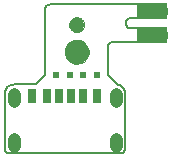
<source format=gts>
G75*
G70*
%OFA0B0*%
%FSLAX24Y24*%
%IPPOS*%
%LPD*%
%AMOC8*
5,1,8,0,0,1.08239X$1,22.5*
%
%ADD10C,0.0050*%
%ADD11C,0.0000*%
%ADD12C,0.0800*%
%ADD13C,0.0500*%
%ADD14R,0.0220X0.0197*%
%ADD15R,0.0315X0.0472*%
%ADD16R,0.0250X0.0472*%
%ADD17C,0.0004*%
%ADD18C,0.0433*%
%ADD19R,0.1000X0.0520*%
D10*
X007438Y001887D02*
X007438Y003737D01*
X007440Y003771D01*
X007446Y003804D01*
X007455Y003836D01*
X007468Y003867D01*
X007484Y003897D01*
X007503Y003924D01*
X007526Y003949D01*
X007551Y003972D01*
X007578Y003991D01*
X007608Y004007D01*
X007639Y004020D01*
X007671Y004029D01*
X007704Y004035D01*
X007738Y004037D01*
X008481Y004037D01*
X008781Y004337D01*
X008781Y006554D01*
X008783Y006577D01*
X008788Y006600D01*
X008797Y006622D01*
X008810Y006642D01*
X008825Y006660D01*
X008843Y006675D01*
X008863Y006688D01*
X008885Y006697D01*
X008908Y006702D01*
X008931Y006704D01*
X012681Y006704D01*
X012704Y006702D01*
X012727Y006697D01*
X012749Y006688D01*
X012769Y006675D01*
X012787Y006660D01*
X012802Y006642D01*
X012815Y006622D01*
X012824Y006600D01*
X012829Y006577D01*
X012831Y006554D01*
X012831Y006404D01*
X012829Y006381D01*
X012824Y006358D01*
X012815Y006336D01*
X012802Y006316D01*
X012787Y006298D01*
X012769Y006283D01*
X012749Y006270D01*
X012727Y006261D01*
X012704Y006256D01*
X012681Y006254D01*
X011631Y006254D01*
X011608Y006252D01*
X011585Y006247D01*
X011563Y006238D01*
X011543Y006225D01*
X011525Y006210D01*
X011510Y006192D01*
X011497Y006172D01*
X011488Y006150D01*
X011483Y006127D01*
X011481Y006104D01*
X011481Y006054D01*
X011483Y006031D01*
X011488Y006008D01*
X011497Y005986D01*
X011510Y005966D01*
X011525Y005948D01*
X011543Y005933D01*
X011563Y005920D01*
X011585Y005911D01*
X011608Y005906D01*
X011631Y005904D01*
X012681Y005904D01*
X012704Y005902D01*
X012727Y005897D01*
X012749Y005888D01*
X012769Y005875D01*
X012787Y005860D01*
X012802Y005842D01*
X012815Y005822D01*
X012824Y005800D01*
X012829Y005777D01*
X012831Y005754D01*
X012831Y005604D01*
X012829Y005581D01*
X012824Y005558D01*
X012815Y005536D01*
X012802Y005516D01*
X012787Y005498D01*
X012769Y005483D01*
X012749Y005470D01*
X012727Y005461D01*
X012704Y005456D01*
X012681Y005454D01*
X011031Y005454D01*
X011008Y005452D01*
X010985Y005447D01*
X010963Y005438D01*
X010943Y005425D01*
X010925Y005410D01*
X010910Y005392D01*
X010897Y005372D01*
X010888Y005350D01*
X010883Y005327D01*
X010881Y005304D01*
X010881Y004337D01*
X011181Y004037D01*
X011182Y004037D02*
X011213Y004033D01*
X011243Y004025D01*
X011272Y004014D01*
X011300Y004000D01*
X011326Y003983D01*
X011351Y003963D01*
X011372Y003940D01*
X011391Y003915D01*
X011407Y003888D01*
X011420Y003860D01*
X011430Y003830D01*
X011436Y003800D01*
X011439Y003768D01*
X011438Y003737D01*
X011438Y001887D01*
X011436Y001864D01*
X011431Y001841D01*
X011422Y001819D01*
X011409Y001799D01*
X011394Y001781D01*
X011376Y001766D01*
X011356Y001753D01*
X011334Y001744D01*
X011311Y001739D01*
X011288Y001737D01*
X007588Y001737D01*
X007565Y001739D01*
X007542Y001744D01*
X007520Y001753D01*
X007500Y001766D01*
X007482Y001781D01*
X007467Y001799D01*
X007454Y001819D01*
X007445Y001841D01*
X007440Y001864D01*
X007438Y001887D01*
D11*
X009431Y005127D02*
X009433Y005167D01*
X009439Y005206D01*
X009449Y005245D01*
X009462Y005282D01*
X009480Y005318D01*
X009501Y005352D01*
X009525Y005384D01*
X009552Y005413D01*
X009582Y005440D01*
X009614Y005463D01*
X009649Y005483D01*
X009685Y005499D01*
X009723Y005512D01*
X009762Y005521D01*
X009801Y005526D01*
X009841Y005527D01*
X009881Y005524D01*
X009920Y005517D01*
X009958Y005506D01*
X009996Y005492D01*
X010031Y005473D01*
X010064Y005452D01*
X010096Y005427D01*
X010124Y005399D01*
X010150Y005369D01*
X010172Y005336D01*
X010191Y005301D01*
X010207Y005264D01*
X010219Y005226D01*
X010227Y005187D01*
X010231Y005147D01*
X010231Y005107D01*
X010227Y005067D01*
X010219Y005028D01*
X010207Y004990D01*
X010191Y004953D01*
X010172Y004918D01*
X010150Y004885D01*
X010124Y004855D01*
X010096Y004827D01*
X010064Y004802D01*
X010031Y004781D01*
X009996Y004762D01*
X009958Y004748D01*
X009920Y004737D01*
X009881Y004730D01*
X009841Y004727D01*
X009801Y004728D01*
X009762Y004733D01*
X009723Y004742D01*
X009685Y004755D01*
X009649Y004771D01*
X009614Y004791D01*
X009582Y004814D01*
X009552Y004841D01*
X009525Y004870D01*
X009501Y004902D01*
X009480Y004936D01*
X009462Y004972D01*
X009449Y005009D01*
X009439Y005048D01*
X009433Y005087D01*
X009431Y005127D01*
X009581Y006031D02*
X009583Y006062D01*
X009589Y006093D01*
X009599Y006123D01*
X009612Y006151D01*
X009629Y006178D01*
X009649Y006202D01*
X009672Y006224D01*
X009697Y006242D01*
X009725Y006257D01*
X009754Y006269D01*
X009784Y006277D01*
X009815Y006281D01*
X009847Y006281D01*
X009878Y006277D01*
X009908Y006269D01*
X009937Y006257D01*
X009965Y006242D01*
X009990Y006224D01*
X010013Y006202D01*
X010033Y006178D01*
X010050Y006151D01*
X010063Y006123D01*
X010073Y006093D01*
X010079Y006062D01*
X010081Y006031D01*
X010079Y006000D01*
X010073Y005969D01*
X010063Y005939D01*
X010050Y005911D01*
X010033Y005884D01*
X010013Y005860D01*
X009990Y005838D01*
X009965Y005820D01*
X009937Y005805D01*
X009908Y005793D01*
X009878Y005785D01*
X009847Y005781D01*
X009815Y005781D01*
X009784Y005785D01*
X009754Y005793D01*
X009725Y005805D01*
X009697Y005820D01*
X009672Y005838D01*
X009649Y005860D01*
X009629Y005884D01*
X009612Y005911D01*
X009599Y005939D01*
X009589Y005969D01*
X009583Y006000D01*
X009581Y006031D01*
D12*
X009831Y005127D03*
D13*
X009831Y006031D03*
D14*
X009605Y004337D03*
X009158Y004337D03*
X010058Y004337D03*
X010505Y004337D03*
D15*
X010520Y003662D03*
X010036Y003662D03*
X008839Y003662D03*
X008355Y003662D03*
D16*
X009241Y003662D03*
X009635Y003662D03*
D17*
X011030Y003733D02*
X011030Y003489D01*
X011031Y003489D02*
X011033Y003469D01*
X011038Y003450D01*
X011047Y003432D01*
X011059Y003416D01*
X011074Y003403D01*
X011091Y003392D01*
X011109Y003385D01*
X011129Y003381D01*
X011149Y003381D01*
X011169Y003385D01*
X011187Y003392D01*
X011204Y003403D01*
X011219Y003416D01*
X011231Y003432D01*
X011240Y003450D01*
X011245Y003469D01*
X011247Y003489D01*
X011247Y003733D01*
X011245Y003753D01*
X011240Y003772D01*
X011231Y003790D01*
X011219Y003806D01*
X011204Y003819D01*
X011187Y003830D01*
X011169Y003837D01*
X011149Y003841D01*
X011129Y003841D01*
X011109Y003837D01*
X011091Y003830D01*
X011074Y003819D01*
X011059Y003806D01*
X011047Y003790D01*
X011038Y003772D01*
X011033Y003753D01*
X011031Y003733D01*
X011030Y002237D02*
X011030Y001993D01*
X011031Y001993D02*
X011033Y001973D01*
X011038Y001954D01*
X011047Y001936D01*
X011059Y001920D01*
X011074Y001907D01*
X011091Y001896D01*
X011109Y001889D01*
X011129Y001885D01*
X011149Y001885D01*
X011169Y001889D01*
X011187Y001896D01*
X011204Y001907D01*
X011219Y001920D01*
X011231Y001936D01*
X011240Y001954D01*
X011245Y001973D01*
X011247Y001993D01*
X011247Y002237D01*
X011245Y002257D01*
X011240Y002276D01*
X011231Y002294D01*
X011219Y002310D01*
X011204Y002323D01*
X011187Y002334D01*
X011169Y002341D01*
X011149Y002345D01*
X011129Y002345D01*
X011109Y002341D01*
X011091Y002334D01*
X011074Y002323D01*
X011059Y002310D01*
X011047Y002294D01*
X011038Y002276D01*
X011033Y002257D01*
X011031Y002237D01*
X007845Y002237D02*
X007845Y001993D01*
X007843Y001973D01*
X007838Y001954D01*
X007829Y001936D01*
X007817Y001920D01*
X007802Y001907D01*
X007785Y001896D01*
X007767Y001889D01*
X007747Y001885D01*
X007727Y001885D01*
X007707Y001889D01*
X007689Y001896D01*
X007672Y001907D01*
X007657Y001920D01*
X007645Y001936D01*
X007636Y001954D01*
X007631Y001973D01*
X007629Y001993D01*
X007629Y002237D01*
X007631Y002257D01*
X007636Y002276D01*
X007645Y002294D01*
X007657Y002310D01*
X007672Y002323D01*
X007689Y002334D01*
X007707Y002341D01*
X007727Y002345D01*
X007747Y002345D01*
X007767Y002341D01*
X007785Y002334D01*
X007802Y002323D01*
X007817Y002310D01*
X007829Y002294D01*
X007838Y002276D01*
X007843Y002257D01*
X007845Y002237D01*
X007845Y003489D02*
X007845Y003733D01*
X007843Y003753D01*
X007838Y003772D01*
X007829Y003790D01*
X007817Y003806D01*
X007802Y003819D01*
X007785Y003830D01*
X007767Y003837D01*
X007747Y003841D01*
X007727Y003841D01*
X007707Y003837D01*
X007689Y003830D01*
X007672Y003819D01*
X007657Y003806D01*
X007645Y003790D01*
X007636Y003772D01*
X007631Y003753D01*
X007629Y003733D01*
X007629Y003489D01*
X007631Y003469D01*
X007636Y003450D01*
X007645Y003432D01*
X007657Y003416D01*
X007672Y003403D01*
X007689Y003392D01*
X007707Y003385D01*
X007727Y003381D01*
X007747Y003381D01*
X007767Y003385D01*
X007785Y003392D01*
X007802Y003403D01*
X007817Y003416D01*
X007829Y003432D01*
X007838Y003450D01*
X007843Y003469D01*
X007845Y003489D01*
D18*
X007737Y003727D02*
X007737Y003727D01*
X007737Y003491D01*
X007737Y003491D01*
X007737Y003727D01*
X007737Y002231D02*
X007737Y002231D01*
X007737Y001995D01*
X007737Y001995D01*
X007737Y002231D01*
X011139Y002231D02*
X011139Y002231D01*
X011139Y001995D01*
X011139Y001995D01*
X011139Y002231D01*
X011139Y003727D02*
X011139Y003727D01*
X011139Y003491D01*
X011139Y003491D01*
X011139Y003727D01*
D19*
X012331Y005679D03*
X012331Y006479D03*
M02*

</source>
